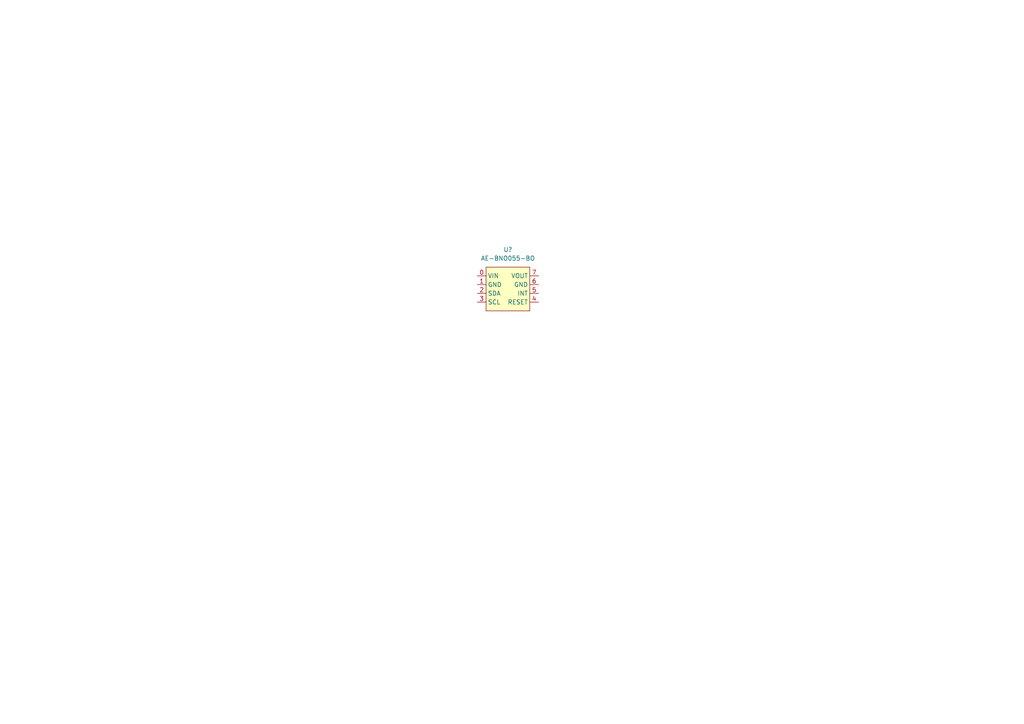
<source format=kicad_sch>
(kicad_sch (version 20211123) (generator eeschema)
  (paper "A4")
  (lib_symbols
    (symbol "AE-BNO055-BO:AE-BNO055-BO"
      (property "Reference" "U" (at 0 2.54 0))
      (property "Value" "AE-BNO055-BO" (at 0 5.08 0))
      (symbol "AE-BNO055-BO_0_1"
        (rectangle (start -6.35 1.27) (end 6.35 -11.43) (fill (type background)))
      )
      (symbol "AE-BNO055-BO_1_1"
        (pin power_in line (at -8.89 -1.27 0) (length 2.54) (name "VIN") (number "0"))
        (pin bidirectional line (at -8.89 -3.81 0) (length 2.54) (name "GND") (number "1"))
        (pin output line (at -8.89 -6.35 0) (length 2.54) (name "SDA") (number "2"))
        (pin output line (at -8.89 -8.89 0) (length 2.54) (name "SCL") (number "3"))
        (pin output line (at 8.89 -8.89 180) (length 2.54) (name "RESET") (number "4"))
        (pin output line (at 8.89 -6.35 180) (length 2.54) (name "INT") (number "5"))
        (pin bidirectional line (at 8.89 -3.81 180) (length 2.54) (name "GND") (number "6"))
        (pin power_out line (at 8.89 -1.27 180) (length 2.54) (name "VOUT") (number "7"))
      )
    )
  )
  (symbol (lib_id "AE-BNO055-BO:AE-BNO055-BO") (at 147.32 78.74 0) (unit 1)
    (property "Reference" "U?" (at 147.32 72.39 0))
    (property "Value" "AE-BNO055-BO" (at 147.32 74.93 0))
  )
)
</source>
